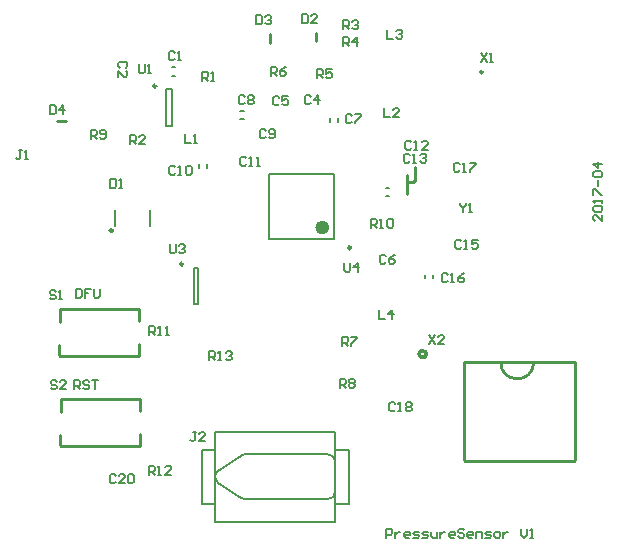
<source format=gto>
G04 Layer_Color=65535*
%FSLAX25Y25*%
%MOIN*%
G70*
G01*
G75*
%ADD33C,0.01000*%
%ADD48C,0.00984*%
%ADD49C,0.00598*%
%ADD50C,0.02362*%
%ADD51C,0.01181*%
%ADD52C,0.00787*%
%ADD53C,0.00600*%
D33*
X178700Y172600D02*
G03*
X178900Y173083I-483J483D01*
G01*
X178700Y172600D02*
G03*
X178459Y172700I-241J-241D01*
G01*
X176400Y172359D02*
G03*
X176300Y172600I-341J0D01*
G01*
X176400Y172800D02*
G03*
X176883Y172600I483J483D01*
G01*
X201469Y209283D02*
G03*
X201469Y209283I-394J0D01*
G01*
X207483Y112568D02*
G03*
X218506Y112568I5512J0D01*
G01*
X178900Y173083D02*
Y177700D01*
X176400Y168700D02*
Y175100D01*
Y168700D02*
Y172359D01*
X176883Y172600D02*
X178700D01*
X145822Y219528D02*
Y222481D01*
X130522Y219128D02*
Y222081D01*
X59719Y193122D02*
X62672D01*
X86990Y114823D02*
Y118740D01*
X86884Y114716D02*
X86990Y114823D01*
X60514Y114716D02*
X86884D01*
X60191Y115039D02*
X60514Y114716D01*
X60191Y115039D02*
Y118276D01*
X60439Y127148D02*
Y129301D01*
Y130378D02*
X60510Y130449D01*
X86809D01*
X86813Y130445D01*
X86809Y126354D02*
Y130449D01*
X60439Y129301D02*
Y130378D01*
Y126071D02*
Y127148D01*
X87369Y84823D02*
Y88740D01*
X87262Y84716D02*
X87369Y84823D01*
X60892Y84716D02*
X87262D01*
X60569Y85039D02*
X60892Y84716D01*
X60569Y85039D02*
Y88276D01*
X60817Y97148D02*
Y99301D01*
Y100378D02*
X60888Y100449D01*
X87187D01*
X87191Y100445D01*
X87187Y96354D02*
Y100449D01*
X60817Y99301D02*
Y100378D01*
Y96071D02*
Y97148D01*
X195278Y79891D02*
X195672Y79498D01*
X195278Y79891D02*
Y112568D01*
X232286D01*
Y79891D02*
Y112568D01*
X195672Y79498D02*
X231892D01*
X232286Y79891D01*
D48*
X78206Y156466D02*
G03*
X78206Y156466I-492J0D01*
G01*
X92668Y204587D02*
G03*
X92668Y204587I-492J0D01*
G01*
X101668Y145283D02*
G03*
X101668Y145283I-492J0D01*
G01*
X157582Y150791D02*
G03*
X157582Y150791I-492J0D01*
G01*
D49*
X149800Y66900D02*
G03*
X152300Y69400I0J2500D01*
G01*
Y79400D02*
G03*
X149800Y81900I-2500J0D01*
G01*
X113300Y76400D02*
G03*
X113300Y72400I1500J-2000D01*
G01*
X120800Y67400D02*
G03*
X122300Y66900I1500J2000D01*
G01*
Y81900D02*
G03*
X120800Y81400I0J-2500D01*
G01*
D50*
X149216Y157483D02*
G03*
X149216Y157483I-1181J0D01*
G01*
D51*
X182679Y115324D02*
G03*
X182679Y115324I-1181J0D01*
G01*
D52*
X97809Y208122D02*
X98990D01*
X97809Y210878D02*
X98990D01*
X150522Y192809D02*
Y193991D01*
X153278Y192809D02*
Y193991D01*
X120709Y193722D02*
X121891D01*
X120709Y196478D02*
X121891D01*
X106822Y177409D02*
Y178591D01*
X109578Y177409D02*
Y178591D01*
X169109Y170778D02*
X170291D01*
X169109Y168022D02*
X170291D01*
X185078Y140509D02*
Y141691D01*
X182322Y140509D02*
Y141691D01*
X90706Y157844D02*
Y163356D01*
X78895Y157844D02*
Y163356D01*
X95916Y203602D02*
X97884D01*
X95916Y191398D02*
X97884D01*
X95916D02*
Y203602D01*
X97884Y191398D02*
Y203602D01*
X105309Y144102D02*
X106491D01*
X105309Y131898D02*
X106491D01*
X105309D02*
Y144102D01*
X106491Y131898D02*
Y144102D01*
X151972Y153547D02*
Y175200D01*
X130318Y153547D02*
Y175200D01*
Y153547D02*
X151972D01*
X130318Y175200D02*
X151972D01*
D53*
X113300Y72400D02*
X120800Y67400D01*
X113300Y76400D02*
X120800Y81400D01*
X122300Y66900D02*
X149800D01*
X122300Y81900D02*
X149800D01*
X152300Y65400D02*
Y83400D01*
X112300Y64900D02*
Y83400D01*
Y89400D02*
X152300D01*
Y83400D02*
Y89400D01*
Y83400D02*
X156800D01*
Y65400D02*
Y83400D01*
X156300Y65400D02*
X156800D01*
X152300D02*
X156300D01*
X152300Y59400D02*
Y65400D01*
X112300Y59400D02*
X152300D01*
X112300D02*
Y65400D01*
X107800D02*
X112300D01*
X107800D02*
Y83400D01*
X112300D01*
Y89400D01*
X193900Y165599D02*
Y165099D01*
X194900Y164100D01*
X195899Y165099D01*
Y165599D01*
X194900Y164100D02*
Y162600D01*
X196899D02*
X197899D01*
X197399D01*
Y165599D01*
X196899Y165099D01*
X183700Y121499D02*
X185699Y118500D01*
Y121499D02*
X183700Y118500D01*
X188698D02*
X186699D01*
X188698Y120499D01*
Y120999D01*
X188199Y121499D01*
X187199D01*
X186699Y120999D01*
X200817Y215775D02*
X202817Y212776D01*
Y215775D02*
X200817Y212776D01*
X203816D02*
X204816D01*
X204316D01*
Y215775D01*
X203816Y215276D01*
X97100Y151899D02*
Y149400D01*
X97600Y148900D01*
X98599D01*
X99099Y149400D01*
Y151899D01*
X100099Y151399D02*
X100599Y151899D01*
X101599D01*
X102098Y151399D01*
Y150899D01*
X101599Y150399D01*
X101099D01*
X101599D01*
X102098Y149900D01*
Y149400D01*
X101599Y148900D01*
X100599D01*
X100099Y149400D01*
X86800Y211899D02*
Y209400D01*
X87300Y208900D01*
X88300D01*
X88799Y209400D01*
Y211899D01*
X89799Y208900D02*
X90799D01*
X90299D01*
Y211899D01*
X89799Y211399D01*
X59499Y105999D02*
X59000Y106499D01*
X58000D01*
X57500Y105999D01*
Y105499D01*
X58000Y104999D01*
X59000D01*
X59499Y104500D01*
Y104000D01*
X59000Y103500D01*
X58000D01*
X57500Y104000D01*
X62498Y103500D02*
X60499D01*
X62498Y105499D01*
Y105999D01*
X61999Y106499D01*
X60999D01*
X60499Y105999D01*
X59199Y135999D02*
X58700Y136499D01*
X57700D01*
X57200Y135999D01*
Y135499D01*
X57700Y135000D01*
X58700D01*
X59199Y134500D01*
Y134000D01*
X58700Y133500D01*
X57700D01*
X57200Y134000D01*
X60199Y133500D02*
X61199D01*
X60699D01*
Y136499D01*
X60199Y135999D01*
X110400Y113200D02*
Y116199D01*
X111899D01*
X112399Y115699D01*
Y114699D01*
X111899Y114200D01*
X110400D01*
X111400D02*
X112399Y113200D01*
X113399D02*
X114399D01*
X113899D01*
Y116199D01*
X113399Y115699D01*
X115898D02*
X116398Y116199D01*
X117398D01*
X117898Y115699D01*
Y115199D01*
X117398Y114699D01*
X116898D01*
X117398D01*
X117898Y114200D01*
Y113700D01*
X117398Y113200D01*
X116398D01*
X115898Y113700D01*
X90200Y75000D02*
Y77999D01*
X91699D01*
X92199Y77499D01*
Y76499D01*
X91699Y76000D01*
X90200D01*
X91200D02*
X92199Y75000D01*
X93199D02*
X94199D01*
X93699D01*
Y77999D01*
X93199Y77499D01*
X97698Y75000D02*
X95698D01*
X97698Y76999D01*
Y77499D01*
X97198Y77999D01*
X96198D01*
X95698Y77499D01*
X90400Y121600D02*
Y124599D01*
X91900D01*
X92399Y124099D01*
Y123100D01*
X91900Y122600D01*
X90400D01*
X91400D02*
X92399Y121600D01*
X93399D02*
X94399D01*
X93899D01*
Y124599D01*
X93399Y124099D01*
X95898Y121600D02*
X96898D01*
X96398D01*
Y124599D01*
X95898Y124099D01*
X164200Y157400D02*
Y160399D01*
X165700D01*
X166199Y159899D01*
Y158899D01*
X165700Y158400D01*
X164200D01*
X165200D02*
X166199Y157400D01*
X167199D02*
X168199D01*
X167699D01*
Y160399D01*
X167199Y159899D01*
X169698D02*
X170198Y160399D01*
X171198D01*
X171698Y159899D01*
Y157900D01*
X171198Y157400D01*
X170198D01*
X169698Y157900D01*
Y159899D01*
X70800Y187100D02*
Y190099D01*
X72299D01*
X72799Y189599D01*
Y188600D01*
X72299Y188100D01*
X70800D01*
X71800D02*
X72799Y187100D01*
X73799Y187600D02*
X74299Y187100D01*
X75299D01*
X75798Y187600D01*
Y189599D01*
X75299Y190099D01*
X74299D01*
X73799Y189599D01*
Y189099D01*
X74299Y188600D01*
X75798D01*
X153800Y104000D02*
Y106999D01*
X155299D01*
X155799Y106499D01*
Y105499D01*
X155299Y105000D01*
X153800D01*
X154800D02*
X155799Y104000D01*
X156799Y106499D02*
X157299Y106999D01*
X158299D01*
X158798Y106499D01*
Y105999D01*
X158299Y105499D01*
X158798Y105000D01*
Y104500D01*
X158299Y104000D01*
X157299D01*
X156799Y104500D01*
Y105000D01*
X157299Y105499D01*
X156799Y105999D01*
Y106499D01*
X157299Y105499D02*
X158299D01*
X154600Y118100D02*
Y121099D01*
X156099D01*
X156599Y120599D01*
Y119599D01*
X156099Y119100D01*
X154600D01*
X155600D02*
X156599Y118100D01*
X157599Y121099D02*
X159598D01*
Y120599D01*
X157599Y118600D01*
Y118100D01*
X130900Y208000D02*
Y210999D01*
X132399D01*
X132899Y210499D01*
Y209500D01*
X132399Y209000D01*
X130900D01*
X131900D02*
X132899Y208000D01*
X135898Y210999D02*
X134899Y210499D01*
X133899Y209500D01*
Y208500D01*
X134399Y208000D01*
X135399D01*
X135898Y208500D01*
Y209000D01*
X135399Y209500D01*
X133899D01*
X146200Y207200D02*
Y210199D01*
X147699D01*
X148199Y209699D01*
Y208699D01*
X147699Y208200D01*
X146200D01*
X147200D02*
X148199Y207200D01*
X151198Y210199D02*
X149199D01*
Y208699D01*
X150199Y209199D01*
X150699D01*
X151198Y208699D01*
Y207700D01*
X150699Y207200D01*
X149699D01*
X149199Y207700D01*
X155000Y217900D02*
Y220899D01*
X156500D01*
X156999Y220399D01*
Y219399D01*
X156500Y218900D01*
X155000D01*
X156000D02*
X156999Y217900D01*
X159499D02*
Y220899D01*
X157999Y219399D01*
X159998D01*
X155000Y223600D02*
Y226599D01*
X156500D01*
X156999Y226099D01*
Y225099D01*
X156500Y224600D01*
X155000D01*
X156000D02*
X156999Y223600D01*
X157999Y226099D02*
X158499Y226599D01*
X159499D01*
X159998Y226099D01*
Y225599D01*
X159499Y225099D01*
X158999D01*
X159499D01*
X159998Y224600D01*
Y224100D01*
X159499Y223600D01*
X158499D01*
X157999Y224100D01*
X84000Y185300D02*
Y188299D01*
X85500D01*
X85999Y187799D01*
Y186800D01*
X85500Y186300D01*
X84000D01*
X85000D02*
X85999Y185300D01*
X88998D02*
X86999D01*
X88998Y187299D01*
Y187799D01*
X88499Y188299D01*
X87499D01*
X86999Y187799D01*
X108000Y206400D02*
Y209399D01*
X109500D01*
X109999Y208899D01*
Y207899D01*
X109500Y207400D01*
X108000D01*
X109000D02*
X109999Y206400D01*
X110999D02*
X111999D01*
X111499D01*
Y209399D01*
X110999Y208899D01*
X166800Y129999D02*
Y127000D01*
X168799D01*
X171299D02*
Y129999D01*
X169799Y128499D01*
X171798D01*
X169700Y223399D02*
Y220400D01*
X171699D01*
X172699Y222899D02*
X173199Y223399D01*
X174199D01*
X174698Y222899D01*
Y222399D01*
X174199Y221900D01*
X173699D01*
X174199D01*
X174698Y221400D01*
Y220900D01*
X174199Y220400D01*
X173199D01*
X172699Y220900D01*
X168700Y197299D02*
Y194300D01*
X170699D01*
X173698D02*
X171699D01*
X173698Y196299D01*
Y196799D01*
X173199Y197299D01*
X172199D01*
X171699Y196799D01*
X102100Y188599D02*
Y185600D01*
X104099D01*
X105099D02*
X106099D01*
X105599D01*
Y188599D01*
X105099Y188099D01*
X47799Y183199D02*
X46800D01*
X47300D01*
Y180700D01*
X46800Y180200D01*
X46300D01*
X45800Y180700D01*
X48799Y180200D02*
X49799D01*
X49299D01*
Y183199D01*
X48799Y182699D01*
X57200Y198199D02*
Y195200D01*
X58700D01*
X59199Y195700D01*
Y197699D01*
X58700Y198199D01*
X57200D01*
X61699Y195200D02*
Y198199D01*
X60199Y196700D01*
X62198D01*
X126000Y228199D02*
Y225200D01*
X127499D01*
X127999Y225700D01*
Y227699D01*
X127499Y228199D01*
X126000D01*
X128999Y227699D02*
X129499Y228199D01*
X130499D01*
X130998Y227699D01*
Y227199D01*
X130499Y226699D01*
X129999D01*
X130499D01*
X130998Y226200D01*
Y225700D01*
X130499Y225200D01*
X129499D01*
X128999Y225700D01*
X141300Y228599D02*
Y225600D01*
X142799D01*
X143299Y226100D01*
Y228099D01*
X142799Y228599D01*
X141300D01*
X146298Y225600D02*
X144299D01*
X146298Y227599D01*
Y228099D01*
X145799Y228599D01*
X144799D01*
X144299Y228099D01*
X77300Y173799D02*
Y170800D01*
X78799D01*
X79299Y171300D01*
Y173299D01*
X78799Y173799D01*
X77300D01*
X80299Y170800D02*
X81299D01*
X80799D01*
Y173799D01*
X80299Y173299D01*
X79199Y74699D02*
X78699Y75199D01*
X77700D01*
X77200Y74699D01*
Y72700D01*
X77700Y72200D01*
X78699D01*
X79199Y72700D01*
X82198Y72200D02*
X80199D01*
X82198Y74199D01*
Y74699D01*
X81699Y75199D01*
X80699D01*
X80199Y74699D01*
X83198D02*
X83698Y75199D01*
X84698D01*
X85197Y74699D01*
Y72700D01*
X84698Y72200D01*
X83698D01*
X83198Y72700D01*
Y74699D01*
X172299Y98799D02*
X171800Y99299D01*
X170800D01*
X170300Y98799D01*
Y96800D01*
X170800Y96300D01*
X171800D01*
X172299Y96800D01*
X173299Y96300D02*
X174299D01*
X173799D01*
Y99299D01*
X173299Y98799D01*
X175798D02*
X176298Y99299D01*
X177298D01*
X177798Y98799D01*
Y98299D01*
X177298Y97799D01*
X177798Y97300D01*
Y96800D01*
X177298Y96300D01*
X176298D01*
X175798Y96800D01*
Y97300D01*
X176298Y97799D01*
X175798Y98299D01*
Y98799D01*
X176298Y97799D02*
X177298D01*
X193899Y178499D02*
X193400Y178999D01*
X192400D01*
X191900Y178499D01*
Y176500D01*
X192400Y176000D01*
X193400D01*
X193899Y176500D01*
X194899Y176000D02*
X195899D01*
X195399D01*
Y178999D01*
X194899Y178499D01*
X197398Y178999D02*
X199398D01*
Y178499D01*
X197398Y176500D01*
Y176000D01*
X189799Y141699D02*
X189299Y142199D01*
X188300D01*
X187800Y141699D01*
Y139700D01*
X188300Y139200D01*
X189299D01*
X189799Y139700D01*
X190799Y139200D02*
X191799D01*
X191299D01*
Y142199D01*
X190799Y141699D01*
X195298Y142199D02*
X194298Y141699D01*
X193298Y140700D01*
Y139700D01*
X193798Y139200D01*
X194798D01*
X195298Y139700D01*
Y140200D01*
X194798Y140700D01*
X193298D01*
X194399Y152899D02*
X193900Y153399D01*
X192900D01*
X192400Y152899D01*
Y150900D01*
X192900Y150400D01*
X193900D01*
X194399Y150900D01*
X195399Y150400D02*
X196399D01*
X195899D01*
Y153399D01*
X195399Y152899D01*
X199898Y153399D02*
X197898D01*
Y151900D01*
X198898Y152399D01*
X199398D01*
X199898Y151900D01*
Y150900D01*
X199398Y150400D01*
X198398D01*
X197898Y150900D01*
X177099Y181599D02*
X176600Y182099D01*
X175600D01*
X175100Y181599D01*
Y179600D01*
X175600Y179100D01*
X176600D01*
X177099Y179600D01*
X178099Y179100D02*
X179099D01*
X178599D01*
Y182099D01*
X178099Y181599D01*
X180598D02*
X181098Y182099D01*
X182098D01*
X182598Y181599D01*
Y181099D01*
X182098Y180599D01*
X181598D01*
X182098D01*
X182598Y180100D01*
Y179600D01*
X182098Y179100D01*
X181098D01*
X180598Y179600D01*
X177599Y185899D02*
X177100Y186399D01*
X176100D01*
X175600Y185899D01*
Y183900D01*
X176100Y183400D01*
X177100D01*
X177599Y183900D01*
X178599Y183400D02*
X179599D01*
X179099D01*
Y186399D01*
X178599Y185899D01*
X183098Y183400D02*
X181098D01*
X183098Y185399D01*
Y185899D01*
X182598Y186399D01*
X181598D01*
X181098Y185899D01*
X122699Y180599D02*
X122199Y181099D01*
X121200D01*
X120700Y180599D01*
Y178600D01*
X121200Y178100D01*
X122199D01*
X122699Y178600D01*
X123699Y178100D02*
X124699D01*
X124199D01*
Y181099D01*
X123699Y180599D01*
X126198Y178100D02*
X127198D01*
X126698D01*
Y181099D01*
X126198Y180599D01*
X98999Y177599D02*
X98500Y178099D01*
X97500D01*
X97000Y177599D01*
Y175600D01*
X97500Y175100D01*
X98500D01*
X98999Y175600D01*
X99999Y175100D02*
X100999D01*
X100499D01*
Y178099D01*
X99999Y177599D01*
X102498D02*
X102998Y178099D01*
X103998D01*
X104498Y177599D01*
Y175600D01*
X103998Y175100D01*
X102998D01*
X102498Y175600D01*
Y177599D01*
X129199Y189799D02*
X128700Y190299D01*
X127700D01*
X127200Y189799D01*
Y187800D01*
X127700Y187300D01*
X128700D01*
X129199Y187800D01*
X130199D02*
X130699Y187300D01*
X131699D01*
X132198Y187800D01*
Y189799D01*
X131699Y190299D01*
X130699D01*
X130199Y189799D01*
Y189299D01*
X130699Y188800D01*
X132198D01*
X122199Y201099D02*
X121700Y201599D01*
X120700D01*
X120200Y201099D01*
Y199100D01*
X120700Y198600D01*
X121700D01*
X122199Y199100D01*
X123199Y201099D02*
X123699Y201599D01*
X124699D01*
X125198Y201099D01*
Y200599D01*
X124699Y200099D01*
X125198Y199600D01*
Y199100D01*
X124699Y198600D01*
X123699D01*
X123199Y199100D01*
Y199600D01*
X123699Y200099D01*
X123199Y200599D01*
Y201099D01*
X123699Y200099D02*
X124699D01*
X157799Y194799D02*
X157299Y195299D01*
X156300D01*
X155800Y194799D01*
Y192800D01*
X156300Y192300D01*
X157299D01*
X157799Y192800D01*
X158799Y195299D02*
X160798D01*
Y194799D01*
X158799Y192800D01*
Y192300D01*
X169199Y147899D02*
X168700Y148399D01*
X167700D01*
X167200Y147899D01*
Y145900D01*
X167700Y145400D01*
X168700D01*
X169199Y145900D01*
X172198Y148399D02*
X171199Y147899D01*
X170199Y146899D01*
Y145900D01*
X170699Y145400D01*
X171699D01*
X172198Y145900D01*
Y146400D01*
X171699Y146899D01*
X170199D01*
X133599Y200699D02*
X133099Y201199D01*
X132100D01*
X131600Y200699D01*
Y198700D01*
X132100Y198200D01*
X133099D01*
X133599Y198700D01*
X136598Y201199D02*
X134599D01*
Y199699D01*
X135599Y200199D01*
X136099D01*
X136598Y199699D01*
Y198700D01*
X136099Y198200D01*
X135099D01*
X134599Y198700D01*
X144199Y201099D02*
X143700Y201599D01*
X142700D01*
X142200Y201099D01*
Y199100D01*
X142700Y198600D01*
X143700D01*
X144199Y199100D01*
X146699Y198600D02*
Y201599D01*
X145199Y200099D01*
X147198D01*
X82499Y210801D02*
X82999Y211300D01*
Y212300D01*
X82499Y212800D01*
X80500D01*
X80000Y212300D01*
Y211300D01*
X80500Y210801D01*
X80000Y207802D02*
Y209801D01*
X81999Y207802D01*
X82499D01*
X82999Y208301D01*
Y209301D01*
X82499Y209801D01*
X98899Y215699D02*
X98400Y216199D01*
X97400D01*
X96900Y215699D01*
Y213700D01*
X97400Y213200D01*
X98400D01*
X98899Y213700D01*
X99899Y213200D02*
X100899D01*
X100399D01*
Y216199D01*
X99899Y215699D01*
X105999Y89299D02*
X105000D01*
X105499D01*
Y86800D01*
X105000Y86300D01*
X104500D01*
X104000Y86800D01*
X108998Y86300D02*
X106999D01*
X108998Y88299D01*
Y88799D01*
X108499Y89299D01*
X107499D01*
X106999Y88799D01*
X155400Y145799D02*
Y143300D01*
X155900Y142800D01*
X156899D01*
X157399Y143300D01*
Y145799D01*
X159899Y142800D02*
Y145799D01*
X158399Y144299D01*
X160398D01*
X65900Y136999D02*
Y134000D01*
X67400D01*
X67899Y134500D01*
Y136499D01*
X67400Y136999D01*
X65900D01*
X70898D02*
X68899D01*
Y135500D01*
X69899D01*
X68899D01*
Y134000D01*
X71898Y136999D02*
Y134500D01*
X72398Y134000D01*
X73398D01*
X73897Y134500D01*
Y136999D01*
X65400Y103500D02*
Y106499D01*
X66900D01*
X67399Y105999D01*
Y104999D01*
X66900Y104500D01*
X65400D01*
X66400D02*
X67399Y103500D01*
X70398Y105999D02*
X69899Y106499D01*
X68899D01*
X68399Y105999D01*
Y105499D01*
X68899Y104999D01*
X69899D01*
X70398Y104500D01*
Y104000D01*
X69899Y103500D01*
X68899D01*
X68399Y104000D01*
X71398Y106499D02*
X73397D01*
X72398D01*
Y103500D01*
X169400Y54000D02*
Y56999D01*
X170899D01*
X171399Y56499D01*
Y55500D01*
X170899Y55000D01*
X169400D01*
X172399Y55999D02*
Y54000D01*
Y55000D01*
X172899Y55500D01*
X173399Y55999D01*
X173899D01*
X176898Y54000D02*
X175898D01*
X175398Y54500D01*
Y55500D01*
X175898Y55999D01*
X176898D01*
X177397Y55500D01*
Y55000D01*
X175398D01*
X178397Y54000D02*
X179897D01*
X180396Y54500D01*
X179897Y55000D01*
X178897D01*
X178397Y55500D01*
X178897Y55999D01*
X180396D01*
X181396Y54000D02*
X182896D01*
X183396Y54500D01*
X182896Y55000D01*
X181896D01*
X181396Y55500D01*
X181896Y55999D01*
X183396D01*
X184395D02*
Y54500D01*
X184895Y54000D01*
X186395D01*
Y55999D01*
X187394D02*
Y54000D01*
Y55000D01*
X187894Y55500D01*
X188394Y55999D01*
X188894D01*
X191893Y54000D02*
X190893D01*
X190393Y54500D01*
Y55500D01*
X190893Y55999D01*
X191893D01*
X192393Y55500D01*
Y55000D01*
X190393D01*
X195392Y56499D02*
X194892Y56999D01*
X193892D01*
X193392Y56499D01*
Y55999D01*
X193892Y55500D01*
X194892D01*
X195392Y55000D01*
Y54500D01*
X194892Y54000D01*
X193892D01*
X193392Y54500D01*
X197891Y54000D02*
X196891D01*
X196391Y54500D01*
Y55500D01*
X196891Y55999D01*
X197891D01*
X198391Y55500D01*
Y55000D01*
X196391D01*
X199390Y54000D02*
Y55999D01*
X200890D01*
X201390Y55500D01*
Y54000D01*
X202389D02*
X203889D01*
X204389Y54500D01*
X203889Y55000D01*
X202889D01*
X202389Y55500D01*
X202889Y55999D01*
X204389D01*
X205888Y54000D02*
X206888D01*
X207388Y54500D01*
Y55500D01*
X206888Y55999D01*
X205888D01*
X205388Y55500D01*
Y54500D01*
X205888Y54000D01*
X208387Y55999D02*
Y54000D01*
Y55000D01*
X208887Y55500D01*
X209387Y55999D01*
X209887D01*
X214385Y56999D02*
Y55000D01*
X215385Y54000D01*
X216385Y55000D01*
Y56999D01*
X217385Y54000D02*
X218384D01*
X217884D01*
Y56999D01*
X217385Y56499D01*
X241400Y161699D02*
Y159700D01*
X239401Y161699D01*
X238901D01*
X238401Y161199D01*
Y160200D01*
X238901Y159700D01*
Y162699D02*
X238401Y163199D01*
Y164199D01*
X238901Y164698D01*
X240900D01*
X241400Y164199D01*
Y163199D01*
X240900Y162699D01*
X238901D01*
X241400Y165698D02*
Y166698D01*
Y166198D01*
X238401D01*
X238901Y165698D01*
X238401Y168197D02*
Y170197D01*
X238901D01*
X240900Y168197D01*
X241400D01*
X239900Y171196D02*
Y173196D01*
X238901Y174195D02*
X238401Y174695D01*
Y175695D01*
X238901Y176195D01*
X240900D01*
X241400Y175695D01*
Y174695D01*
X240900Y174195D01*
X238901D01*
X241400Y178694D02*
X238401D01*
X239900Y177194D01*
Y179194D01*
M02*

</source>
